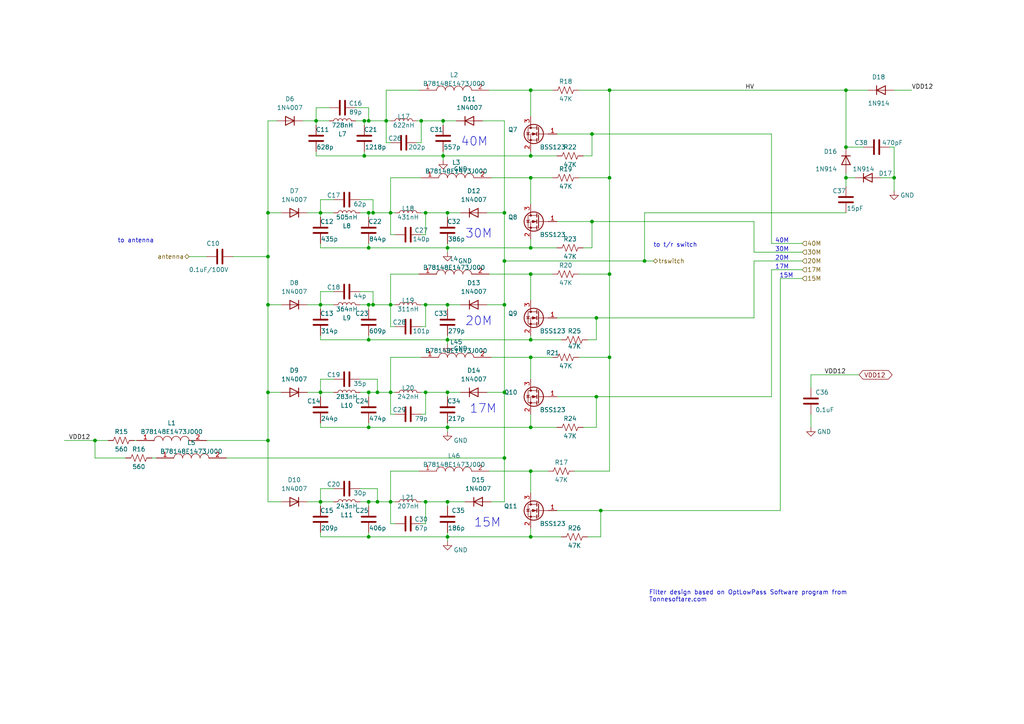
<source format=kicad_sch>
(kicad_sch (version 20230121) (generator eeschema)
  (paper "A4")
  (junction (at 153.924 155.702))
  (junction (at 92.964 61.722))
  (junction (at 106.934 113.792))
  (junction (at 153.924 123.952))
  (junction (at 153.924 26.162))
  (junction (at 105.664 35.052))
  (junction (at 123.444 113.792))
  (junction (at 171.704 38.862))
  (junction (at 77.724 61.722))
  (junction (at 92.964 145.542))
  (junction (at 176.784 26.162))
  (junction (at 176.784 103.632))
  (junction (at 259.334 51.562))
  (junction (at 109.474 145.542))
  (junction (at 176.784 51.562))
  (junction (at 129.794 113.792))
  (junction (at 106.934 88.392))
  (junction (at 113.284 61.722))
  (junction (at 174.244 148.082))
  (junction (at 146.304 75.692))
  (junction (at 153.924 79.502))
  (junction (at 172.974 115.062))
  (junction (at 106.934 155.702))
  (junction (at 106.934 71.882))
  (junction (at 129.794 155.702))
  (junction (at 153.924 98.552))
  (junction (at 123.444 61.722))
  (junction (at 77.724 113.792))
  (junction (at 106.934 98.552))
  (junction (at 128.524 35.052))
  (junction (at 92.964 88.392))
  (junction (at 108.204 88.392))
  (junction (at 106.934 123.952))
  (junction (at 146.304 88.392))
  (junction (at 77.724 127.762))
  (junction (at 153.924 45.212))
  (junction (at 153.924 71.882))
  (junction (at 153.924 51.562))
  (junction (at 172.974 92.202))
  (junction (at 129.794 98.552))
  (junction (at 129.794 61.722))
  (junction (at 106.934 35.052))
  (junction (at 146.304 113.792))
  (junction (at 27.559 127.762))
  (junction (at 129.794 88.392))
  (junction (at 77.724 74.422))
  (junction (at 146.304 132.842))
  (junction (at 129.794 71.882))
  (junction (at 123.444 88.392))
  (junction (at 129.794 123.952))
  (junction (at 109.474 113.792))
  (junction (at 91.694 35.052))
  (junction (at 112.014 35.052))
  (junction (at 122.174 35.052))
  (junction (at 108.204 61.722))
  (junction (at 105.664 45.212))
  (junction (at 129.794 145.542))
  (junction (at 92.964 113.792))
  (junction (at 245.364 26.162))
  (junction (at 113.284 88.392))
  (junction (at 153.924 103.632))
  (junction (at 106.934 61.722))
  (junction (at 123.444 145.542))
  (junction (at 171.704 64.262))
  (junction (at 77.724 88.392))
  (junction (at 186.944 75.692))
  (junction (at 113.284 145.542))
  (junction (at 128.524 45.212))
  (junction (at 113.284 113.792))
  (junction (at 245.364 51.562))
  (junction (at 176.784 79.502))
  (junction (at 106.934 145.542))
  (junction (at 146.304 61.722))
  (junction (at 245.364 42.672))
  (junction (at 153.924 136.652))
  (wire (pts (xy 129.794 145.542) (xy 129.794 146.812)))
  (wire (pts (xy 54.864 74.422) (xy 59.944 74.422)))
  (wire (pts (xy 186.944 75.692) (xy 189.484 75.692)))
  (wire (pts (xy 128.524 35.052) (xy 132.334 35.052)))
  (wire (pts (xy 153.924 103.632) (xy 153.924 109.982)))
  (wire (pts (xy 122.174 94.742) (xy 123.444 94.742)))
  (wire (pts (xy 171.704 45.212) (xy 171.704 38.862)))
  (wire (pts (xy 77.724 145.542) (xy 81.534 145.542)))
  (wire (pts (xy 141.224 113.792) (xy 146.304 113.792)))
  (wire (pts (xy 235.204 120.142) (xy 235.204 123.952)))
  (wire (pts (xy 129.794 122.682) (xy 129.794 123.952)))
  (wire (pts (xy 106.934 98.552) (xy 129.794 98.552)))
  (wire (pts (xy 67.564 74.422) (xy 77.724 74.422)))
  (wire (pts (xy 91.694 35.052) (xy 91.694 36.322)))
  (wire (pts (xy 80.264 35.052) (xy 77.724 35.052)))
  (wire (pts (xy 96.774 88.392) (xy 92.964 88.392)))
  (wire (pts (xy 31.369 127.762) (xy 27.559 127.762)))
  (wire (pts (xy 106.934 113.792) (xy 104.394 113.792)))
  (wire (pts (xy 259.334 26.162) (xy 264.414 26.162)))
  (wire (pts (xy 169.164 123.952) (xy 172.974 123.952)))
  (wire (pts (xy 92.964 123.952) (xy 92.964 122.682)))
  (wire (pts (xy 123.444 113.792) (xy 122.174 113.792)))
  (wire (pts (xy 113.284 51.562) (xy 113.284 61.722)))
  (wire (pts (xy 186.944 61.722) (xy 186.944 75.692)))
  (wire (pts (xy 112.014 41.402) (xy 112.014 35.052)))
  (wire (pts (xy 114.554 61.722) (xy 113.284 61.722)))
  (wire (pts (xy 153.924 98.552) (xy 129.794 98.552)))
  (wire (pts (xy 113.284 35.052) (xy 112.014 35.052)))
  (wire (pts (xy 91.694 45.212) (xy 91.694 43.942)))
  (wire (pts (xy 146.304 75.692) (xy 186.944 75.692)))
  (wire (pts (xy 245.364 51.562) (xy 245.364 54.102)))
  (wire (pts (xy 92.964 84.582) (xy 92.964 88.392)))
  (wire (pts (xy 18.669 127.762) (xy 27.559 127.762)))
  (wire (pts (xy 106.934 145.542) (xy 104.394 145.542)))
  (wire (pts (xy 108.204 57.912) (xy 108.204 61.722)))
  (wire (pts (xy 146.304 75.692) (xy 146.304 88.392)))
  (wire (pts (xy 170.434 155.702) (xy 174.244 155.702)))
  (wire (pts (xy 91.694 31.242) (xy 95.504 31.242)))
  (wire (pts (xy 153.924 155.702) (xy 129.794 155.702)))
  (wire (pts (xy 153.924 71.882) (xy 129.794 71.882)))
  (wire (pts (xy 106.934 113.792) (xy 106.934 115.062)))
  (wire (pts (xy 146.304 132.842) (xy 146.304 145.542)))
  (wire (pts (xy 146.304 145.542) (xy 142.494 145.542)))
  (wire (pts (xy 113.284 120.142) (xy 113.284 113.792)))
  (wire (pts (xy 113.284 151.892) (xy 113.284 145.542)))
  (wire (pts (xy 172.974 115.062) (xy 161.544 115.062)))
  (wire (pts (xy 106.934 35.052) (xy 105.664 35.052)))
  (wire (pts (xy 259.334 51.562) (xy 259.334 55.372)))
  (wire (pts (xy 235.204 108.712) (xy 249.174 108.712)))
  (wire (pts (xy 112.014 26.162) (xy 112.014 35.052)))
  (wire (pts (xy 129.794 113.792) (xy 133.604 113.792)))
  (wire (pts (xy 176.784 26.162) (xy 176.784 51.562)))
  (wire (pts (xy 122.174 41.402) (xy 122.174 35.052)))
  (wire (pts (xy 77.724 61.722) (xy 77.724 74.422)))
  (wire (pts (xy 251.714 26.162) (xy 245.364 26.162)))
  (wire (pts (xy 106.934 154.432) (xy 106.934 155.702)))
  (wire (pts (xy 92.964 155.702) (xy 92.964 154.432)))
  (wire (pts (xy 129.794 97.282) (xy 129.794 98.552)))
  (wire (pts (xy 122.174 120.142) (xy 123.444 120.142)))
  (wire (pts (xy 114.554 113.792) (xy 113.284 113.792)))
  (wire (pts (xy 92.964 71.882) (xy 92.964 70.612)))
  (wire (pts (xy 96.774 113.792) (xy 92.964 113.792)))
  (wire (pts (xy 245.364 50.292) (xy 245.364 51.562)))
  (wire (pts (xy 176.784 51.562) (xy 176.784 79.502)))
  (wire (pts (xy 167.894 51.562) (xy 176.784 51.562)))
  (wire (pts (xy 123.444 88.392) (xy 122.174 88.392)))
  (wire (pts (xy 92.964 57.912) (xy 92.964 61.722)))
  (wire (pts (xy 113.284 103.632) (xy 113.284 113.792)))
  (wire (pts (xy 171.704 64.262) (xy 161.544 64.262)))
  (wire (pts (xy 104.394 109.982) (xy 109.474 109.982)))
  (wire (pts (xy 113.284 51.562) (xy 122.174 51.562)))
  (wire (pts (xy 106.934 70.612) (xy 106.934 71.882)))
  (wire (pts (xy 77.724 127.762) (xy 77.724 145.542)))
  (wire (pts (xy 167.894 79.502) (xy 176.784 79.502)))
  (wire (pts (xy 92.964 141.732) (xy 92.964 145.542)))
  (wire (pts (xy 96.774 145.542) (xy 92.964 145.542)))
  (wire (pts (xy 141.859 136.652) (xy 153.924 136.652)))
  (wire (pts (xy 146.304 88.392) (xy 146.304 113.792)))
  (wire (pts (xy 38.989 127.762) (xy 39.624 127.762)))
  (wire (pts (xy 129.794 154.432) (xy 129.794 155.702)))
  (wire (pts (xy 255.524 51.562) (xy 259.334 51.562)))
  (wire (pts (xy 129.794 61.722) (xy 123.444 61.722)))
  (wire (pts (xy 113.284 145.542) (xy 109.474 145.542)))
  (wire (pts (xy 114.554 94.742) (xy 113.284 94.742)))
  (wire (pts (xy 153.924 51.562) (xy 153.924 59.182)))
  (wire (pts (xy 77.724 74.422) (xy 77.724 88.392)))
  (wire (pts (xy 153.924 43.942) (xy 153.924 45.212)))
  (wire (pts (xy 65.659 132.842) (xy 146.304 132.842)))
  (wire (pts (xy 105.664 35.052) (xy 103.124 35.052)))
  (wire (pts (xy 129.794 61.722) (xy 129.794 62.992)))
  (wire (pts (xy 167.894 26.162) (xy 176.784 26.162)))
  (wire (pts (xy 153.924 136.652) (xy 153.924 143.002)))
  (wire (pts (xy 259.334 42.672) (xy 259.334 51.562)))
  (wire (pts (xy 114.554 151.892) (xy 113.284 151.892)))
  (wire (pts (xy 104.394 57.912) (xy 108.204 57.912)))
  (wire (pts (xy 128.524 35.052) (xy 122.174 35.052)))
  (wire (pts (xy 108.204 61.722) (xy 106.934 61.722)))
  (wire (pts (xy 172.974 98.552) (xy 172.974 92.202)))
  (wire (pts (xy 106.934 123.952) (xy 92.964 123.952)))
  (wire (pts (xy 105.664 35.052) (xy 105.664 36.322)))
  (wire (pts (xy 27.559 132.842) (xy 36.449 132.842)))
  (wire (pts (xy 92.964 145.542) (xy 92.964 146.812)))
  (wire (pts (xy 153.924 123.952) (xy 161.544 123.952)))
  (wire (pts (xy 146.304 61.722) (xy 146.304 75.692)))
  (wire (pts (xy 113.284 41.402) (xy 112.014 41.402)))
  (wire (pts (xy 106.934 71.882) (xy 129.794 71.882)))
  (wire (pts (xy 128.524 43.942) (xy 128.524 45.212)))
  (wire (pts (xy 87.884 35.052) (xy 91.694 35.052)))
  (wire (pts (xy 218.694 64.262) (xy 171.704 64.262)))
  (wire (pts (xy 122.174 151.892) (xy 123.444 151.892)))
  (wire (pts (xy 218.694 73.152) (xy 218.694 64.262)))
  (wire (pts (xy 170.434 98.552) (xy 172.974 98.552)))
  (wire (pts (xy 105.664 43.942) (xy 105.664 45.212)))
  (wire (pts (xy 176.784 103.632) (xy 176.784 136.652)))
  (wire (pts (xy 218.694 75.692) (xy 218.694 92.202)))
  (wire (pts (xy 153.924 103.632) (xy 160.274 103.632)))
  (wire (pts (xy 171.704 71.882) (xy 171.704 64.262)))
  (wire (pts (xy 109.474 113.792) (xy 106.934 113.792)))
  (wire (pts (xy 247.904 51.562) (xy 245.364 51.562)))
  (wire (pts (xy 123.444 120.142) (xy 123.444 113.792)))
  (wire (pts (xy 129.794 88.392) (xy 123.444 88.392)))
  (wire (pts (xy 77.724 61.722) (xy 81.534 61.722)))
  (wire (pts (xy 113.284 61.722) (xy 108.204 61.722)))
  (wire (pts (xy 106.934 145.542) (xy 106.934 146.812)))
  (wire (pts (xy 153.924 79.502) (xy 160.274 79.502)))
  (wire (pts (xy 105.664 45.212) (xy 91.694 45.212)))
  (wire (pts (xy 226.314 148.082) (xy 174.244 148.082)))
  (wire (pts (xy 129.794 88.392) (xy 133.604 88.392)))
  (wire (pts (xy 223.774 70.612) (xy 223.774 38.862)))
  (wire (pts (xy 146.304 35.052) (xy 146.304 61.722)))
  (wire (pts (xy 129.794 145.542) (xy 123.444 145.542)))
  (wire (pts (xy 120.904 41.402) (xy 122.174 41.402)))
  (wire (pts (xy 153.924 153.162) (xy 153.924 155.702)))
  (wire (pts (xy 106.934 88.392) (xy 106.934 89.662)))
  (wire (pts (xy 89.154 145.542) (xy 92.964 145.542)))
  (wire (pts (xy 223.774 78.232) (xy 223.774 115.062)))
  (wire (pts (xy 122.174 68.072) (xy 123.444 68.072)))
  (wire (pts (xy 113.284 79.502) (xy 113.284 88.392)))
  (wire (pts (xy 141.224 61.722) (xy 146.304 61.722)))
  (wire (pts (xy 106.934 71.882) (xy 92.964 71.882)))
  (wire (pts (xy 176.784 136.652) (xy 166.624 136.652)))
  (wire (pts (xy 92.964 141.732) (xy 96.774 141.732)))
  (wire (pts (xy 92.964 88.392) (xy 92.964 89.662)))
  (wire (pts (xy 245.364 42.672) (xy 250.444 42.672)))
  (wire (pts (xy 129.794 113.792) (xy 123.444 113.792)))
  (wire (pts (xy 77.724 35.052) (xy 77.724 61.722)))
  (wire (pts (xy 223.774 38.862) (xy 171.704 38.862)))
  (wire (pts (xy 232.664 78.232) (xy 223.774 78.232)))
  (wire (pts (xy 92.964 98.552) (xy 92.964 97.282)))
  (wire (pts (xy 123.444 151.892) (xy 123.444 145.542)))
  (wire (pts (xy 232.664 73.152) (xy 218.694 73.152)))
  (wire (pts (xy 59.944 127.762) (xy 77.724 127.762)))
  (wire (pts (xy 139.954 35.052) (xy 146.304 35.052)))
  (wire (pts (xy 89.154 88.392) (xy 92.964 88.392)))
  (wire (pts (xy 232.664 80.772) (xy 226.314 80.772)))
  (wire (pts (xy 89.154 113.792) (xy 92.964 113.792)))
  (wire (pts (xy 153.924 123.952) (xy 129.794 123.952)))
  (wire (pts (xy 95.504 35.052) (xy 91.694 35.052)))
  (wire (pts (xy 129.794 155.702) (xy 129.794 156.972)))
  (wire (pts (xy 128.524 35.052) (xy 128.524 36.322)))
  (wire (pts (xy 153.924 98.552) (xy 162.814 98.552)))
  (wire (pts (xy 77.724 113.792) (xy 77.724 127.762)))
  (wire (pts (xy 92.964 109.982) (xy 96.774 109.982)))
  (wire (pts (xy 121.539 26.162) (xy 112.014 26.162)))
  (wire (pts (xy 129.794 70.612) (xy 129.794 71.882)))
  (wire (pts (xy 245.364 26.162) (xy 245.364 42.672)))
  (wire (pts (xy 106.934 61.722) (xy 104.394 61.722)))
  (wire (pts (xy 122.174 35.052) (xy 120.904 35.052)))
  (wire (pts (xy 123.444 61.722) (xy 122.174 61.722)))
  (wire (pts (xy 142.494 103.632) (xy 153.924 103.632)))
  (wire (pts (xy 176.784 79.502) (xy 176.784 103.632)))
  (wire (pts (xy 153.924 26.162) (xy 160.274 26.162)))
  (wire (pts (xy 108.204 88.392) (xy 106.934 88.392)))
  (wire (pts (xy 129.794 113.792) (xy 129.794 115.062)))
  (wire (pts (xy 106.934 123.952) (xy 129.794 123.952)))
  (wire (pts (xy 104.394 84.582) (xy 108.204 84.582)))
  (wire (pts (xy 114.554 120.142) (xy 113.284 120.142)))
  (wire (pts (xy 96.774 61.722) (xy 92.964 61.722)))
  (wire (pts (xy 141.859 79.502) (xy 153.924 79.502)))
  (wire (pts (xy 153.924 51.562) (xy 160.274 51.562)))
  (wire (pts (xy 218.694 92.202) (xy 172.974 92.202)))
  (wire (pts (xy 176.784 26.162) (xy 245.364 26.162)))
  (wire (pts (xy 106.934 97.282) (xy 106.934 98.552)))
  (wire (pts (xy 123.444 145.542) (xy 122.174 145.542)))
  (wire (pts (xy 114.554 145.542) (xy 113.284 145.542)))
  (wire (pts (xy 109.474 109.982) (xy 109.474 113.792)))
  (wire (pts (xy 104.394 141.732) (xy 109.474 141.732)))
  (wire (pts (xy 109.474 141.732) (xy 109.474 145.542)))
  (wire (pts (xy 129.794 145.542) (xy 134.874 145.542)))
  (wire (pts (xy 113.284 94.742) (xy 113.284 88.392)))
  (wire (pts (xy 106.934 98.552) (xy 92.964 98.552)))
  (wire (pts (xy 258.064 42.672) (xy 259.334 42.672)))
  (wire (pts (xy 106.934 122.682) (xy 106.934 123.952)))
  (wire (pts (xy 129.794 123.952) (xy 129.794 125.222)))
  (wire (pts (xy 114.554 68.072) (xy 113.284 68.072)))
  (wire (pts (xy 108.204 84.582) (xy 108.204 88.392)))
  (wire (pts (xy 174.244 148.082) (xy 161.544 148.082)))
  (wire (pts (xy 113.284 79.502) (xy 121.539 79.502)))
  (wire (pts (xy 153.924 97.282) (xy 153.924 98.552)))
  (wire (pts (xy 92.964 84.582) (xy 96.774 84.582)))
  (wire (pts (xy 174.244 155.702) (xy 174.244 148.082)))
  (wire (pts (xy 106.934 88.392) (xy 104.394 88.392)))
  (wire (pts (xy 123.444 94.742) (xy 123.444 88.392)))
  (wire (pts (xy 153.924 45.212) (xy 161.544 45.212)))
  (wire (pts (xy 232.664 70.612) (xy 223.774 70.612)))
  (wire (pts (xy 106.934 31.242) (xy 106.934 35.052)))
  (wire (pts (xy 146.304 113.792) (xy 146.304 132.842)))
  (wire (pts (xy 77.724 113.792) (xy 81.534 113.792)))
  (wire (pts (xy 129.794 61.722) (xy 133.604 61.722)))
  (wire (pts (xy 226.314 80.772) (xy 226.314 148.082)))
  (wire (pts (xy 153.924 69.342) (xy 153.924 71.882)))
  (wire (pts (xy 169.164 71.882) (xy 171.704 71.882)))
  (wire (pts (xy 129.794 88.392) (xy 129.794 89.662)))
  (wire (pts (xy 77.724 88.392) (xy 77.724 113.792)))
  (wire (pts (xy 235.204 108.712) (xy 235.204 112.522)))
  (wire (pts (xy 123.444 68.072) (xy 123.444 61.722)))
  (wire (pts (xy 129.794 71.882) (xy 129.794 73.152)))
  (wire (pts (xy 223.774 115.062) (xy 172.974 115.062)))
  (wire (pts (xy 153.924 120.142) (xy 153.924 123.952)))
  (wire (pts (xy 92.964 61.722) (xy 92.964 62.992)))
  (wire (pts (xy 153.924 155.702) (xy 162.814 155.702)))
  (wire (pts (xy 153.924 45.212) (xy 128.524 45.212)))
  (wire (pts (xy 169.164 45.212) (xy 171.704 45.212)))
  (wire (pts (xy 113.284 103.632) (xy 122.174 103.632)))
  (wire (pts (xy 106.934 61.722) (xy 106.934 62.992)))
  (wire (pts (xy 113.284 88.392) (xy 108.204 88.392)))
  (wire (pts (xy 106.934 155.702) (xy 129.794 155.702)))
  (wire (pts (xy 106.934 155.702) (xy 92.964 155.702)))
  (wire (pts (xy 114.554 88.392) (xy 113.284 88.392)))
  (wire (pts (xy 232.664 75.692) (xy 218.694 75.692)))
  (wire (pts (xy 109.474 145.542) (xy 106.934 145.542)))
  (wire (pts (xy 113.284 68.072) (xy 113.284 61.722)))
  (wire (pts (xy 92.964 113.792) (xy 92.964 115.062)))
  (wire (pts (xy 129.794 98.552) (xy 129.794 99.822)))
  (wire (pts (xy 128.524 45.212) (xy 128.524 46.482)))
  (wire (pts (xy 153.924 79.502) (xy 153.924 87.122)))
  (wire (pts (xy 91.694 31.242) (xy 91.694 35.052)))
  (wire (pts (xy 142.494 51.562) (xy 153.924 51.562)))
  (wire (pts (xy 113.284 113.792) (xy 109.474 113.792)))
  (wire (pts (xy 172.974 92.202) (xy 161.544 92.202)))
  (wire (pts (xy 89.154 61.722) (xy 92.964 61.722)))
  (wire (pts (xy 112.014 35.052) (xy 106.934 35.052)))
  (wire (pts (xy 105.664 45.212) (xy 128.524 45.212)))
  (wire (pts (xy 27.559 127.762) (xy 27.559 132.842)))
  (wire (pts (xy 153.924 71.882) (xy 161.544 71.882)))
  (wire (pts (xy 113.284 136.652) (xy 121.539 136.652)))
  (wire (pts (xy 113.284 136.652) (xy 113.284 145.542)))
  (wire (pts (xy 172.974 123.952) (xy 172.974 115.062)))
  (wire (pts (xy 171.704 38.862) (xy 161.544 38.862)))
  (wire (pts (xy 92.964 109.982) (xy 92.964 113.792)))
  (wire (pts (xy 245.364 61.722) (xy 186.944 61.722)))
  (wire (pts (xy 153.924 33.782) (xy 153.924 26.162)))
  (wire (pts (xy 167.894 103.632) (xy 176.784 103.632)))
  (wire (pts (xy 92.964 57.912) (xy 96.774 57.912)))
  (wire (pts (xy 153.924 26.162) (xy 141.859 26.162)))
  (wire (pts (xy 103.124 31.242) (xy 106.934 31.242)))
  (wire (pts (xy 44.069 132.842) (xy 45.339 132.842)))
  (wire (pts (xy 141.224 88.392) (xy 146.304 88.392)))
  (wire (pts (xy 77.724 88.392) (xy 81.534 88.392)))
  (wire (pts (xy 153.924 136.652) (xy 159.004 136.652)))
  (text "15M" (at 230.124 80.772 0) (effects (font (size 1.27 1.27)) (justify right bottom)))
  (text "20M" (at 134.874 94.742 0) (effects (font (size 2.54 2.54)) (justify left bottom)))
  (text "15M" (at 137.414 153.162 0) (effects (font (size 2.54 2.54)) (justify left bottom)))
  (text "to t/r switch" (at 189.484 71.882 0) (effects (font (size 1.27 1.27)) (justify left bottom)))
  (text "to antenna" (at 44.704 70.612 0) (effects (font (size 1.27 1.27)) (justify right bottom)))
  (text "40M" (at 228.854 70.612 0) (effects (font (size 1.27 1.27)) (justify right bottom)))
  (text "17M" (at 136.144 120.142 0) (effects (font (size 2.54 2.54)) (justify left bottom)))
  (text "20M" (at 228.854 75.692 0) (effects (font (size 1.27 1.27)) (justify right bottom)))
  (text "30M" (at 134.874 69.342 0) (effects (font (size 2.54 2.54)) (justify left bottom)))
  (text "17M" (at 228.854 78.232 0) (effects (font (size 1.27 1.27)) (justify right bottom)))
  (text "40M" (at 133.604 42.672 0) (effects (font (size 2.54 2.54)) (justify left bottom)))
  (text "30M" (at 228.854 73.152 0) (effects (font (size 1.27 1.27)) (justify right bottom)))
  (text "Filter design based on OptLowPass Software program from\nTonnesoftare.com" (at 188.214 174.752 0) (effects (font (size 1.27 1.27)) (justify left bottom)))
  (label "VDD12" (at 264.414 26.162 0))
  (label "VDD12" (at 19.939 127.762 0))
  (label "VDD12" (at 245.364 108.712 180))
  (label "HV" (at 216.154 26.162 0))
  (global_label "VDD12" (shape bidirectional) (at 249.174 108.712 0) (property "Intersheetrefs" "${INTERSHEET_REFS}" (at 259.3181 108.712 0) (effects (justify left))))
  (hierarchical_label "40M" (shape input) (at 232.664 70.612 0))
  (hierarchical_label "17M" (shape input) (at 232.664 78.232 0))
  (hierarchical_label "20M" (shape input) (at 232.664 75.692 0))
  (hierarchical_label "30M" (shape input) (at 232.664 73.152 0))
  (hierarchical_label "trswitch" (shape bidirectional) (at 189.484 75.692 0))
  (hierarchical_label "15M" (shape input) (at 232.664 80.772 0))
  (hierarchical_label "antenna" (shape bidirectional) (at 54.864 74.422 180))
  (symbol (lib_id "Diode:1N4007") (at 85.344 113.792 180) (unit 1)
    (property "Reference" "D9" (at 85.344 107.442 0))
    (property "Value" "1N4007" (at 85.344 109.982 0))
    (property "Footprint" "Diode_THT:D_DO-41_SOD81_P10.16mm_Horizontal" (effects hide))
    (property "Datasheet" "http://www.vishay.com/docs/88503/1n4001.pdf" (effects hide))
    (property "Sim.Device" "D" (effects hide))
    (property "Sim.Pins" "1=K 2=A" (effects hide))
    (instances (project "powerAmp" (path "" (reference "D9") (unit 1))) (project "fieldRadio_1.2" (path "" (reference "D9") (unit 1))) (project "optLowPass" (path "" (reference "D5") (unit 1))))
  )
  (symbol (lib_id "SamacSys_Parts:B78148E1473J000") (at 45.339 132.842 0) (unit 1)
    (property "Reference" "L5" (at 55.499 128.397 0))
    (property "Value" "B78148E1473J000" (at 55.499 130.937 0))
    (property "Footprint" "B78148E" (effects hide))
    (property "Datasheet" "https://product.tdk.com/system/files/dam/doc/product/inductor/inductor/lead/data_sheet/30/ds/b78108_148e.pdf" (effects hide))
    (property "Description" "Leaded Inductors (Leaded Coils), L=47uH  Rated Current=0.95A, Radial DxL:4mmx9.5mm" (effects hide))
    (property "Mouser Part Number" "871-B78148E1473J000" (effects hide))
    (property "Mouser Price/Stock" "https://www.mouser.co.uk/ProductDetail/EPCOS-TDK/B78148E1473J000?qs=eVuN9SfsQ7TbgaB2%2F8UGtw%3D%3D" (effects hide))
    (property "Manufacturer_Name" "TDK" (effects hide))
    (property "Manufacturer_Part_Number" "B78148E1473J000" (effects hide))
  )
  (symbol (lib_id "Device:Q_NMOS_GSD") (at 156.464 115.062 0) (mirror y) (unit 1)
    (property "Reference" "Q10" (at 150.114 113.792 0) (effects (justify left)))
    (property "Value" "BSS123" (at 164.084 118.872 0) (effects (justify left)))
    (property "Footprint" "Package_TO_SOT_SMD:SOT-23-3" (effects hide))
    (instances (project "powerAmp" (path "" (reference "Q10") (unit 1))) (project "fieldRadio_1.2" (path "" (reference "Q10") (unit 1))) (project "optLowPass" (path "" (reference "Q4") (unit 1))))
  )
  (symbol (lib_id "Device:L") (at 118.364 61.722 270) (mirror x) (unit 1)
    (property "Reference" "L18" (at 118.364 60.452 90))
    (property "Value" "431nH" (at 118.364 62.992 90))
    (property "Footprint" "Inductor_THT:L_Toroid_Vertical_L13.0mm_W6.5mm_P5.60mm" (effects hide))
    (instances (project "powerAmp" (path "" (reference "L18") (unit 1))) (project "fieldRadio_1.2" (path "" (reference "L18") (unit 1))) (project "optLowPass" (path "" (reference "L5") (unit 1))))
  )
  (symbol (lib_id "Device:R_US") (at 162.814 136.652 90) (unit 1)
    (property "Reference" "R17" (at 162.814 134.112 90))
    (property "Value" "47K" (at 162.814 139.192 90))
    (property "Footprint" "Resistor_SMD:R_0603_1608Metric_Pad0.98x0.95mm_HandSolder" (effects hide))
    (instances (project "powerAmp" (path "" (reference "R17") (unit 1))) (project "fieldRadio_1.2" (path "" (reference "R17") (unit 1))) (project "optLowPass" (path "" (reference "R5") (unit 1))))
  )
  (symbol (lib_id "Diode:1N4007") (at 138.684 145.542 0) (unit 1)
    (property "Reference" "D15" (at 138.684 139.192 0))
    (property "Value" "1N4007" (at 138.684 141.732 0))
    (property "Footprint" "Diode_THT:D_DO-41_SOD81_P10.16mm_Horizontal" (effects hide))
    (property "Datasheet" "http://www.vishay.com/docs/88503/1n4001.pdf" (effects hide))
    (property "Sim.Device" "D" (effects hide))
    (property "Sim.Pins" "1=K 2=A" (effects hide))
    (instances (project "powerAmp" (path "" (reference "D15") (unit 1))) (project "fieldRadio_1.2" (path "" (reference "D15") (unit 1))) (project "optLowPass" (path "" (reference "D10") (unit 1))))
  )
  (symbol (lib_id "Device:Q_NMOS_GSD") (at 156.464 92.202 0) (mirror y) (unit 1)
    (property "Reference" "Q9" (at 150.114 90.932 0) (effects (justify left)))
    (property "Value" "BSS123" (at 164.084 96.012 0) (effects (justify left)))
    (property "Footprint" "Package_TO_SOT_SMD:SOT-23-3" (effects hide))
    (instances (project "powerAmp" (path "" (reference "Q9") (unit 1))) (project "fieldRadio_1.2" (path "" (reference "Q9") (unit 1))) (project "optLowPass" (path "" (reference "Q3") (unit 1))))
  )
  (symbol (lib_id "power:GND") (at 128.524 46.482 0) (mirror y) (unit 1)
    (property "Reference" "#PWR013" (effects hide))
    (property "Value" "GND" (at 133.604 49.022 0))
    (instances (project "fieldRadio_1.2" (path "" (reference "#PWR013") (unit 1))) (project "optLowPass" (path "" (reference "#PWR01") (unit 1))))
  )
  (symbol (lib_id "SamacSys_Parts:B78148E1473J000") (at 121.539 26.162 0) (unit 1)
    (property "Reference" "L2" (at 131.699 21.717 0))
    (property "Value" "B78148E1473J000" (at 131.699 24.257 0))
    (property "Footprint" "B78148E" (effects hide))
    (property "Datasheet" "https://product.tdk.com/system/files/dam/doc/product/inductor/inductor/lead/data_sheet/30/ds/b78108_148e.pdf" (effects hide))
    (property "Description" "Leaded Inductors (Leaded Coils), L=47uH  Rated Current=0.95A, Radial DxL:4mmx9.5mm" (effects hide))
    (property "Mouser Part Number" "871-B78148E1473J000" (effects hide))
    (property "Mouser Price/Stock" "https://www.mouser.co.uk/ProductDetail/EPCOS-TDK/B78148E1473J000?qs=eVuN9SfsQ7TbgaB2%2F8UGtw%3D%3D" (effects hide))
    (property "Manufacturer_Name" "TDK" (effects hide))
    (property "Manufacturer_Part_Number" "B78148E1473J000" (effects hide))
  )
  (symbol (lib_id "Device:C") (at 100.584 57.912 270) (mirror x) (unit 1)
    (property "Reference" "C17" (at 96.774 56.642 90))
    (property "Value" "62p" (at 104.394 59.182 90))
    (property "Footprint" "Capacitor_SMD:C_1206_3216Metric_Pad1.33x1.80mm_HandSolder" (effects hide))
    (instances (project "powerAmp" (path "" (reference "C17") (unit 1))) (project "fieldRadio_1.2" (path "" (reference "C17") (unit 1))) (project "optLowPass" (path "" (reference "C38") (unit 1))))
  )
  (symbol (lib_id "power:GND") (at 129.794 73.152 0) (mirror y) (unit 1)
    (property "Reference" "#PWR014" (effects hide))
    (property "Value" "GND" (at 134.874 75.692 0))
    (instances (project "fieldRadio_1.2" (path "" (reference "#PWR014") (unit 1))) (project "optLowPass" (path "" (reference "#PWR02") (unit 1))))
  )
  (symbol (lib_id "Device:C") (at 245.364 57.912 0) (mirror y) (unit 1)
    (property "Reference" "C37" (at 245.364 55.372 0) (effects (justify left)))
    (property "Value" "15pF" (at 250.444 60.452 0) (effects (justify left)))
    (property "Footprint" "Capacitor_THT:C_Disc_D4.3mm_W1.9mm_P5.00mm" (effects hide))
    (instances (project "powerAmp" (path "" (reference "C37") (unit 1))) (project "fieldRadio_1.2" (path "" (reference "C37") (unit 1))) (project "optLowPass" (path "" (reference "C2") (unit 1))))
  )
  (symbol (lib_id "Device:R_US") (at 166.624 98.552 90) (unit 1)
    (property "Reference" "R25" (at 166.624 96.012 90))
    (property "Value" "47K" (at 166.624 100.457 90))
    (property "Footprint" "Resistor_SMD:R_0603_1608Metric_Pad0.98x0.95mm_HandSolder" (effects hide))
    (instances (project "powerAmp" (path "" (reference "R25") (unit 1))) (project "fieldRadio_1.2" (path "" (reference "R25") (unit 1))) (project "optLowPass" (path "" (reference "R11") (unit 1))))
  )
  (symbol (lib_id "Device:C") (at 117.094 41.402 270) (mirror x) (unit 1)
    (property "Reference" "C26" (at 114.554 40.132 90))
    (property "Value" "202p" (at 120.904 42.672 90))
    (property "Footprint" "Capacitor_SMD:C_1206_3216Metric_Pad1.33x1.80mm_HandSolder" (effects hide))
    (instances (project "powerAmp" (path "" (reference "C26") (unit 1))) (project "fieldRadio_1.2" (path "" (reference "C26") (unit 1))) (project "optLowPass" (path "" (reference "C10") (unit 1))))
  )
  (symbol (lib_id "Device:C") (at 92.964 93.472 0) (mirror y) (unit 1)
    (property "Reference" "C13" (at 96.774 90.932 0) (effects (justify left)))
    (property "Value" "314p" (at 98.044 96.012 0) (effects (justify left)))
    (property "Footprint" "Capacitor_SMD:C_1206_3216Metric_Pad1.33x1.80mm_HandSolder" (effects hide))
    (instances (project "powerAmp" (path "" (reference "C13") (unit 1))) (project "fieldRadio_1.2" (path "" (reference "C13") (unit 1))) (project "optLowPass" (path "" (reference "C6") (unit 1))))
  )
  (symbol (lib_id "Device:C") (at 63.754 74.422 90) (mirror x) (unit 1)
    (property "Reference" "C10" (at 63.754 70.612 90) (effects (justify left)))
    (property "Value" "0.1uF/100V" (at 66.294 78.232 90) (effects (justify left)))
    (property "Footprint" "Capacitor_THT:C_Disc_D4.3mm_W1.9mm_P5.00mm" (effects hide))
    (instances (project "powerAmp" (path "" (reference "C10") (unit 1))) (project "fieldRadio_1.2" (path "" (reference "C10") (unit 1))) (project "optLowPass" (path "" (reference "C1") (unit 1))))
  )
  (symbol (lib_id "power:GND") (at 259.334 55.372 0) (mirror y) (unit 1)
    (property "Reference" "#PWR019" (effects hide))
    (property "Value" "GND" (at 263.144 56.642 0))
    (instances (project "fieldRadio_1.2" (path "" (reference "#PWR019") (unit 1))) (project "optLowPass" (path "" (reference "#PWR011") (unit 1))))
  )
  (symbol (lib_id "Device:C") (at 129.794 150.622 0) (mirror y) (unit 1)
    (property "Reference" "C35" (at 134.874 148.082 0) (effects (justify left)))
    (property "Value" "186p" (at 134.874 153.162 0) (effects (justify left)))
    (property "Footprint" "Capacitor_SMD:C_1206_3216Metric_Pad1.33x1.80mm_HandSolder" (effects hide))
    (instances (project "powerAmp" (path "" (reference "C35") (unit 1))) (project "fieldRadio_1.2" (path "" (reference "C35") (unit 1))) (project "optLowPass" (path "" (reference "C56") (unit 1))))
  )
  (symbol (lib_id "Device:R_US") (at 164.084 103.632 90) (unit 1)
    (property "Reference" "R21" (at 160.274 102.362 90))
    (property "Value" "47K" (at 164.084 106.172 90))
    (property "Footprint" "Resistor_SMD:R_0603_1608Metric_Pad0.98x0.95mm_HandSolder" (effects hide))
    (instances (project "powerAmp" (path "" (reference "R21") (unit 1))) (project "fieldRadio_1.2" (path "" (reference "R21") (unit 1))) (project "optLowPass" (path "" (reference "R4") (unit 1))))
  )
  (symbol (lib_id "Device:C") (at 106.934 150.622 0) (mirror y) (unit 1)
    (property "Reference" "C25" (at 106.934 148.082 0) (effects (justify left)))
    (property "Value" "406p" (at 112.014 153.162 0) (effects (justify left)))
    (property "Footprint" "Capacitor_SMD:C_1206_3216Metric_Pad1.33x1.80mm_HandSolder" (effects hide))
    (instances (project "powerAmp" (path "" (reference "C25") (unit 1))) (project "fieldRadio_1.2" (path "" (reference "C25") (unit 1))) (project "optLowPass" (path "" (reference "C54") (unit 1))))
  )
  (symbol (lib_id "Device:Q_NMOS_GSD") (at 156.464 38.862 0) (mirror y) (unit 1)
    (property "Reference" "Q7" (at 150.114 37.592 0) (effects (justify left)))
    (property "Value" "BSS123" (at 164.084 42.672 0) (effects (justify left)))
    (property "Footprint" "Package_TO_SOT_SMD:SOT-23-3" (effects hide))
    (instances (project "powerAmp" (path "" (reference "Q7") (unit 1))) (project "fieldRadio_1.2" (path "" (reference "Q7") (unit 1))) (project "optLowPass" (path "" (reference "Q1") (unit 1))))
  )
  (symbol (lib_id "Device:C") (at 92.964 118.872 0) (mirror y) (unit 1)
    (property "Reference" "C14" (at 92.964 116.332 0) (effects (justify left)))
    (property "Value" "244p" (at 98.044 121.412 0) (effects (justify left)))
    (property "Footprint" "Capacitor_SMD:C_1206_3216Metric_Pad1.33x1.80mm_HandSolder" (effects hide))
    (instances (project "powerAmp" (path "" (reference "C14") (unit 1))) (project "fieldRadio_1.2" (path "" (reference "C14") (unit 1))) (project "optLowPass" (path "" (reference "C47") (unit 1))))
  )
  (symbol (lib_id "Device:C") (at 254.254 42.672 90) (mirror x) (unit 1)
    (property "Reference" "C38" (at 251.714 41.402 90) (effects (justify left)))
    (property "Value" "470pF" (at 261.874 41.402 90) (effects (justify left)))
    (property "Footprint" "Capacitor_THT:C_Disc_D4.3mm_W1.9mm_P5.00mm" (effects hide))
    (instances (project "powerAmp" (path "" (reference "C38") (unit 1))) (project "fieldRadio_1.2" (path "" (reference "C38") (unit 1))) (project "optLowPass" (path "" (reference "C3") (unit 1))))
  )
  (symbol (lib_id "Device:Q_NMOS_GSD") (at 156.464 148.082 0) (mirror y) (unit 1)
    (property "Reference" "Q11" (at 150.114 146.812 0) (effects (justify left)))
    (property "Value" "BSS123" (at 164.084 151.892 0) (effects (justify left)))
    (property "Footprint" "Package_TO_SOT_SMD:SOT-23-3" (effects hide))
    (instances (project "powerAmp" (path "" (reference "Q11") (unit 1))) (project "fieldRadio_1.2" (path "" (reference "Q11") (unit 1))) (project "optLowPass" (path "" (reference "Q5") (unit 1))))
  )
  (symbol (lib_id "Diode:1N914") (at 251.714 51.562 0) (unit 1)
    (property "Reference" "D17" (at 256.794 50.292 0))
    (property "Value" "1N914" (at 250.444 49.022 0))
    (property "Footprint" "Diode_THT:D_DO-35_SOD27_P7.62mm_Horizontal" (effects hide))
    (property "Datasheet" "http://www.vishay.com/docs/85622/1n914.pdf" (effects hide))
    (property "Sim.Device" "D" (effects hide))
    (property "Sim.Pins" "1=K 2=A" (effects hide))
    (instances (project "powerAmp" (path "" (reference "D17") (unit 1))) (project "fieldRadio_1.2" (path "" (reference "D17") (unit 1))) (project "optLowPass" (path "" (reference "D11") (unit 1))))
  )
  (symbol (lib_id "Device:C") (at 118.364 68.072 270) (mirror x) (unit 1)
    (property "Reference" "C27" (at 122.174 66.802 90))
    (property "Value" "140p" (at 122.174 69.342 90))
    (property "Footprint" "Capacitor_SMD:C_1206_3216Metric_Pad1.33x1.80mm_HandSolder" (effects hide))
    (instances (project "powerAmp" (path "" (reference "C27") (unit 1))) (project "fieldRadio_1.2" (path "" (reference "C27") (unit 1))) (project "optLowPass" (path "" (reference "C40") (unit 1))))
  )
  (symbol (lib_id "Device:C") (at 100.584 84.582 270) (mirror x) (unit 1)
    (property "Reference" "C18" (at 96.774 83.312 90))
    (property "Value" "44p" (at 104.394 85.852 90))
    (property "Footprint" "Capacitor_SMD:C_1206_3216Metric_Pad1.33x1.80mm_HandSolder" (effects hide))
  )
  (symbol (lib_id "Device:R_US") (at 165.354 45.212 90) (unit 1)
    (property "Reference" "R22" (at 165.354 42.672 90))
    (property "Value" "47K" (at 165.354 47.752 90))
    (property "Footprint" "Resistor_SMD:R_0603_1608Metric_Pad0.98x0.95mm_HandSolder" (effects hide))
    (instances (project "powerAmp" (path "" (reference "R22") (unit 1))) (project "fieldRadio_1.2" (path "" (reference "R22") (unit 1))) (project "optLowPass" (path "" (reference "R9") (unit 1))))
  )
  (symbol (lib_id "Diode:1N4007") (at 137.414 88.392 0) (unit 1)
    (property "Reference" "D13" (at 137.414 82.042 0))
    (property "Value" "1N4007" (at 137.414 84.582 0))
    (property "Footprint" "Diode_THT:D_DO-41_SOD81_P10.16mm_Horizontal" (effects hide))
    (property "Datasheet" "http://www.vishay.com/docs/88503/1n4001.pdf" (effects hide))
    (property "Sim.Device" "D" (effects hide))
    (property "Sim.Pins" "1=K 2=A" (effects hide))
    (instances (project "powerAmp" (path "" (reference "D13") (unit 1))) (project "fieldRadio_1.2" (path "" (reference "D13") (unit 1))) (project "optLowPass" (path "" (reference "D8") (unit 1))))
  )
  (symbol (lib_id "Device:C") (at 106.934 93.472 0) (mirror y) (unit 1)
    (property "Reference" "C23" (at 106.934 90.932 0) (effects (justify left)))
    (property "Value" "609p" (at 112.014 96.012 0) (effects (justify left)))
    (property "Footprint" "Capacitor_SMD:C_1206_3216Metric_Pad1.33x1.80mm_HandSolder" (effects hide))
    (instances (project "powerAmp" (path "" (reference "C23") (unit 1))) (project "fieldRadio_1.2" (path "" (reference "C23") (unit 1))) (project "optLowPass" (path "" (reference "C44") (unit 1))))
  )
  (symbol (lib_id "Device:L") (at 118.364 145.542 270) (mirror x) (unit 1)
    (property "Reference" "L21" (at 118.364 144.272 90))
    (property "Value" "207nH" (at 118.364 146.812 90))
    (property "Footprint" "Inductor_THT:L_Toroid_Vertical_L13.0mm_W6.5mm_P5.60mm" (effects hide))
    (instances (project "powerAmp" (path "" (reference "L21") (unit 1))) (project "fieldRadio_1.2" (path "" (reference "L21") (unit 1))) (project "optLowPass" (path "" (reference "L13") (unit 1))))
  )
  (symbol (lib_id "Device:L") (at 100.584 113.792 270) (mirror x) (unit 1)
    (property "Reference" "L10" (at 100.584 117.602 90))
    (property "Value" "283nH" (at 100.584 115.062 90))
    (property "Footprint" "Inductor_THT:L_Toroid_Vertical_L13.0mm_W6.5mm_P5.60mm" (effects hide))
  )
  (symbol (lib_id "Diode:1N914") (at 245.364 46.482 270) (unit 1)
    (property "Reference" "D16" (at 242.824 43.942 90) (effects (justify right)))
    (property "Value" "1N914" (at 242.824 49.022 90) (effects (justify right)))
    (property "Footprint" "Diode_THT:D_DO-35_SOD27_P7.62mm_Horizontal" (effects hide))
    (property "Datasheet" "http://www.vishay.com/docs/85622/1n914.pdf" (effects hide))
    (property "Sim.Device" "D" (effects hide))
    (property "Sim.Pins" "1=K 2=A" (effects hide))
    (instances (project "powerAmp" (path "" (reference "D16") (unit 1))) (project "fieldRadio_1.2" (path "" (reference "D16") (unit 1))) (project "optLowPass" (path "" (reference "D12") (unit 1))))
  )
  (symbol (lib_id "Device:C") (at 105.664 40.132 0) (mirror y) (unit 1)
    (property "Reference" "C21" (at 109.474 37.592 0) (effects (justify left)))
    (property "Value" "1218p" (at 112.014 42.672 0) (effects (justify left)))
    (property "Footprint" "Capacitor_SMD:C_1206_3216Metric_Pad1.33x1.80mm_HandSolder" (effects hide))
    (instances (project "powerAmp" (path "" (reference "C21") (unit 1))) (project "fieldRadio_1.2" (path "" (reference "C21") (unit 1))) (project "optLowPass" (path "" (reference "C34") (unit 1))))
  )
  (symbol (lib_id "Diode:1N4007") (at 137.414 113.792 0) (unit 1)
    (property "Reference" "D14" (at 137.414 107.442 0))
    (property "Value" "1N4007" (at 137.414 109.982 0))
    (property "Footprint" "Diode_THT:D_DO-41_SOD81_P10.16mm_Horizontal" (effects hide))
    (property "Datasheet" "http://www.vishay.com/docs/88503/1n4001.pdf" (effects hide))
    (property "Sim.Device" "D" (effects hide))
    (property "Sim.Pins" "1=K 2=A" (effects hide))
    (instances (project "powerAmp" (path "" (reference "D14") (unit 1))) (project "fieldRadio_1.2" (path "" (reference "D14") (unit 1))) (project "optLowPass" (path "" (reference "D9") (unit 1))))
  )
  (symbol (lib_id "Device:R_US") (at 164.084 51.562 90) (unit 1)
    (property "Reference" "R19" (at 164.084 49.022 90))
    (property "Value" "47K" (at 164.084 54.102 90))
    (property "Footprint" "Resistor_SMD:R_0603_1608Metric_Pad0.98x0.95mm_HandSolder" (effects hide))
    (instances (project "powerAmp" (path "" (reference "R19") (unit 1))) (project "fieldRadio_1.2" (path "" (reference "R19") (unit 1))) (project "optLowPass" (path "" (reference "R2") (unit 1))))
  )
  (symbol (lib_id "Device:R_US") (at 164.084 79.502 90) (unit 1)
    (property "Reference" "R20" (at 164.084 76.962 90))
    (property "Value" "47K" (at 164.084 82.042 90))
    (property "Footprint" "Resistor_SMD:R_0603_1608Metric_Pad0.98x0.95mm_HandSolder" (effects hide))
    (instances (project "powerAmp" (path "" (reference "R20") (unit 1))) (project "fieldRadio_1.2" (path "" (reference "R20") (unit 1))) (project "optLowPass" (path "" (reference "R3") (unit 1))))
  )
  (symbol (lib_id "Device:L") (at 117.094 35.052 270) (mirror x) (unit 1)
    (property "Reference" "L17" (at 117.094 33.782 90))
    (property "Value" "622nH" (at 117.094 36.322 90))
    (property "Footprint" "Inductor_THT:L_Toroid_Vertical_L13.0mm_W6.5mm_P5.60mm" (effects hide))
    (instances (project "powerAmp" (path "" (reference "L17") (unit 1))) (project "fieldRadio_1.2" (path "" (reference "L17") (unit 1))) (project "optLowPass" (path "" (reference "L4") (unit 1))))
  )
  (symbol (lib_id "Device:C") (at 91.694 40.132 0) (mirror y) (unit 1)
    (property "Reference" "C11" (at 95.504 37.592 0) (effects (justify left)))
    (property "Value" "628p" (at 96.774 42.672 0) (effects (justify left)))
    (property "Footprint" "Capacitor_SMD:C_1206_3216Metric_Pad1.33x1.80mm_HandSolder" (effects hide))
    (instances (project "powerAmp" (path "" (reference "C11") (unit 1))) (project "fieldRadio_1.2" (path "" (reference "C11") (unit 1))) (project "optLowPass" (path "" (reference "C32") (unit 1))))
  )
  (symbol (lib_id "SamacSys_Parts:B78148E1473J000") (at 121.539 136.652 0) (unit 1)
    (property "Reference" "L46" (at 131.699 132.207 0))
    (property "Value" "B78148E1473J000" (at 131.699 134.747 0))
    (property "Footprint" "B78148E" (effects hide))
    (property "Datasheet" "https://product.tdk.com/system/files/dam/doc/product/inductor/inductor/lead/data_sheet/30/ds/b78108_148e.pdf" (effects hide))
    (property "Description" "Leaded Inductors (Leaded Coils), L=47uH  Rated Current=0.95A, Radial DxL:4mmx9.5mm" (effects hide))
    (property "Mouser Part Number" "871-B78148E1473J000" (effects hide))
    (property "Mouser Price/Stock" "https://www.mouser.co.uk/ProductDetail/EPCOS-TDK/B78148E1473J000?qs=eVuN9SfsQ7TbgaB2%2F8UGtw%3D%3D" (effects hide))
    (property "Manufacturer_Name" "TDK" (effects hide))
    (property "Manufacturer_Part_Number" "B78148E1473J000" (effects hide))
  )
  (symbol (lib_id "Device:C") (at 118.364 120.142 270) (mirror x) (unit 1)
    (property "Reference" "C29" (at 115.824 118.872 90))
    (property "Value" "79p" (at 122.174 121.412 90))
    (property "Footprint" "Capacitor_SMD:C_1206_3216Metric_Pad1.33x1.80mm_HandSolder" (effects hide))
    (instances (project "powerAmp" (path "" (reference "C29") (unit 1))) (project "fieldRadio_1.2" (path "" (reference "C29") (unit 1))) (project "optLowPass" (path "" (reference "C50") (unit 1))))
  )
  (symbol (lib_id "Device:R_US") (at 166.624 155.702 90) (unit 1)
    (property "Reference" "R26" (at 166.624 153.162 90))
    (property "Value" "47K" (at 166.624 158.242 90))
    (property "Footprint" "Resistor_SMD:R_0603_1608Metric_Pad0.98x0.95mm_HandSolder" (effects hide))
    (instances (project "powerAmp" (path "" (reference "R26") (unit 1))) (project "fieldRadio_1.2" (path "" (reference "R26") (unit 1))) (project "optLowPass" (path "" (reference "R13") (unit 1))))
  )
  (symbol (lib_id "Device:C") (at 100.584 109.982 270) (mirror x) (unit 1)
    (property "Reference" "C19" (at 96.774 108.712 90))
    (property "Value" "35p" (at 104.394 111.252 90))
    (property "Footprint" "Capacitor_SMD:C_1206_3216Metric_Pad1.33x1.80mm_HandSolder" (effects hide))
    (instances (project "powerAmp" (path "" (reference "C19") (unit 1))) (project "fieldRadio_1.2" (path "" (reference "C19") (unit 1))) (project "optLowPass" (path "" (reference "C48") (unit 1))))
  )
  (symbol (lib_id "Device:R_US") (at 40.259 132.842 90) (unit 1)
    (property "Reference" "R16" (at 40.259 130.302 90))
    (property "Value" "560" (at 40.259 135.382 90))
    (property "Footprint" "Resistor_THT:R_Axial_DIN0207_L6.3mm_D2.5mm_P10.16mm_Horizontal" (effects hide))
    (instances (project "powerAmp" (path "" (reference "R16") (unit 1))) (project "fieldRadio_1.2" (path "" (reference "R16") (unit 1))) (project "optLowPass" (path "" (reference "R7") (unit 1))))
  )
  (symbol (lib_id "SamacSys_Parts:B78148E1473J000") (at 39.624 127.762 0) (unit 1)
    (property "Reference" "L1" (at 49.784 122.682 0))
    (property "Value" "B78148E1473J000" (at 49.784 125.222 0))
    (property "Footprint" "B78148E" (effects hide))
    (property "Datasheet" "https://product.tdk.com/system/files/dam/doc/product/inductor/inductor/lead/data_sheet/30/ds/b78108_148e.pdf" (effects hide))
    (property "Description" "Leaded Inductors (Leaded Coils), L=47uH  Rated Current=0.95A, Radial DxL:4mmx9.5mm" (effects hide))
    (property "Mouser Part Number" "871-B78148E1473J000" (effects hide))
    (property "Mouser Price/Stock" "https://www.mouser.co.uk/ProductDetail/EPCOS-TDK/B78148E1473J000?qs=eVuN9SfsQ7TbgaB2%2F8UGtw%3D%3D" (effects hide))
    (property "Manufacturer_Name" "TDK" (effects hide))
    (property "Manufacturer_Part_Number" "B78148E1473J000" (effects hide))
  )
  (symbol (lib_id "SamacSys_Parts:B78148E1473J000") (at 121.539 79.502 0) (unit 1)
    (property "Reference" "L4" (at 131.699 75.057 0))
    (property "Value" "B78148E1473J000" (at 131.699 77.597 0))
    (property "Footprint" "B78148E" (effects hide))
    (property "Datasheet" "https://product.tdk.com/system/files/dam/doc/product/inductor/inductor/lead/data_sheet/30/ds/b78108_148e.pdf" (effects hide))
    (property "Description" "Leaded Inductors (Leaded Coils), L=47uH  Rated Current=0.95A, Radial DxL:4mmx9.5mm" (effects hide))
    (property "Mouser Part Number" "871-B78148E1473J000" (effects hide))
    (property "Mouser Price/Stock" "https://www.mouser.co.uk/ProductDetail/EPCOS-TDK/B78148E1473J000?qs=eVuN9SfsQ7TbgaB2%2F8UGtw%3D%3D" (effects hide))
    (property "Manufacturer_Name" "TDK" (effects hide))
    (property "Manufacturer_Part_Number" "B78148E1473J000" (effects hide))
  )
  (symbol (lib_id "Device:C") (at 92.964 66.802 0) (mirror y) (unit 1)
    (property "Reference" "C12" (at 96.774 64.262 0) (effects (justify left)))
    (property "Value" "435p" (at 98.044 69.342 0) (effects (justify left)))
    (property "Footprint" "Capacitor_SMD:C_1206_3216Metric_Pad1.33x1.80mm_HandSolder" (effects hide))
    (instances (project "powerAmp" (path "" (reference "C12") (unit 1))) (project "fieldRadio_1.2" (path "" (reference "C12") (unit 1))) (project "optLowPass" (path "" (reference "C37") (unit 1))))
  )
  (symbol (lib_id "Device:C") (at 118.364 94.742 270) (mirror x) (unit 1)
    (property "Reference" "C28" (at 115.824 93.472 90))
    (property "Value" "101p" (at 122.174 96.012 90))
    (property "Footprint" "Capacitor_SMD:C_1206_3216Metric_Pad1.33x1.80mm_HandSolder" (effects hide))
    (instances (project "powerAmp" (path "" (reference "C28") (unit 1))) (project "fieldRadio_1.2" (path "" (reference "C28") (unit 1))) (project "optLowPass" (path "" (reference "C12") (unit 1))))
  )
  (symbol (lib_id "Device:C") (at 92.964 150.622 0) (mirror y) (unit 1)
    (property "Reference" "C15" (at 96.774 148.082 0) (effects (justify left)))
    (property "Value" "209p" (at 98.044 153.162 0) (effects (justify left)))
    (property "Footprint" "Capacitor_SMD:C_1206_3216Metric_Pad1.33x1.80mm_HandSolder" (effects hide))
    (instances (project "powerAmp" (path "" (reference "C15") (unit 1))) (project "fieldRadio_1.2" (path "" (reference "C15") (unit 1))) (project "optLowPass" (path "" (reference "C23") (unit 1))))
  )
  (symbol (lib_id "Device:L") (at 100.584 61.722 270) (mirror x) (unit 1)
    (property "Reference" "L8" (at 100.584 65.532 90))
    (property "Value" "505nH" (at 100.584 62.992 90))
    (property "Footprint" "Inductor_THT:L_Toroid_Vertical_L13.0mm_W6.5mm_P5.60mm" (effects hide))
    (instances (project "powerAmp" (path "" (reference "L8") (unit 1))) (project "fieldRadio_1.2" (path "" (reference "L8") (unit 1))) (project "optLowPass" (path "" (reference "L2") (unit 1))))
  )
  (symbol (lib_id "Device:C") (at 129.794 66.802 0) (mirror y) (unit 1)
    (property "Reference" "C32" (at 133.604 64.262 0) (effects (justify left)))
    (property "Value" "386p" (at 134.874 69.342 0) (effects (justify left)))
    (property "Footprint" "Capacitor_SMD:C_1206_3216Metric_Pad1.33x1.80mm_HandSolder" (effects hide))
    (instances (project "powerAmp" (path "" (reference "C32") (unit 1))) (project "fieldRadio_1.2" (path "" (reference "C32") (unit 1))) (project "optLowPass" (path "" (reference "C41") (unit 1))))
  )
  (symbol (lib_id "power:GND") (at 129.794 99.822 0) (mirror y) (unit 1)
    (property "Reference" "#PWR015" (effects hide))
    (property "Value" "GND" (at 133.604 101.092 0))
    (instances (project "fieldRadio_1.2" (path "" (reference "#PWR015") (unit 1))) (project "optLowPass" (path "" (reference "#PWR03") (unit 1))))
  )
  (symbol (lib_id "power:GND") (at 235.204 123.952 0) (mirror y) (unit 1)
    (property "Reference" "#PWR018" (effects hide))
    (property "Value" "GND" (at 239.014 125.222 0))
    (instances (project "fieldRadio_1.2" (path "" (reference "#PWR018") (unit 1))) (project "optLowPass" (path "" (reference "#PWR010") (unit 1))))
  )
  (symbol (lib_id "Device:Q_NMOS_GSD") (at 156.464 64.262 0) (mirror y) (unit 1)
    (property "Reference" "Q8" (at 150.114 62.992 0) (effects (justify left)))
    (property "Value" "BSS123" (at 164.084 68.072 0) (effects (justify left)))
    (property "Footprint" "Package_TO_SOT_SMD:SOT-23-3" (effects hide))
    (instances (project "powerAmp" (path "" (reference "Q8") (unit 1))) (project "fieldRadio_1.2" (path "" (reference "Q8") (unit 1))) (project "optLowPass" (path "" (reference "Q2") (unit 1))))
  )
  (symbol (lib_id "Device:R_US") (at 164.084 26.162 90) (unit 1)
    (property "Reference" "R18" (at 164.084 23.622 90))
    (property "Value" "47K" (at 164.084 28.702 90))
    (property "Footprint" "Resistor_SMD:R_0603_1608Metric_Pad0.98x0.95mm_HandSolder" (effects hide))
    (instances (project "powerAmp" (path "" (reference "R18") (unit 1))) (project "fieldRadio_1.2" (path "" (reference "R18") (unit 1))) (project "optLowPass" (path "" (reference "R1") (unit 1))))
  )
  (symbol (lib_id "Device:L") (at 118.364 88.392 270) (mirror x) (unit 1)
    (property "Reference" "L19" (at 118.364 87.122 90))
    (property "Value" "311nH" (at 118.364 89.662 90))
    (property "Footprint" "Inductor_THT:L_Toroid_Vertical_L13.0mm_W6.5mm_P5.60mm" (effects hide))
    (instances (project "powerAmp" (path "" (reference "L19") (unit 1))) (project "fieldRadio_1.2" (path "" (reference "L19") (unit 1))) (project "optLowPass" (path "" (reference "L6") (unit 1))))
  )
  (symbol (lib_id "Diode:1N4007") (at 136.144 35.052 0) (unit 1)
    (property "Reference" "D11" (at 136.144 28.702 0))
    (property "Value" "1N4007" (at 136.144 31.242 0))
    (property "Footprint" "Diode_THT:D_DO-41_SOD81_P10.16mm_Horizontal" (effects hide))
    (property "Datasheet" "http://www.vishay.com/docs/88503/1n4001.pdf" (effects hide))
    (property "Sim.Device" "D" (effects hide))
    (property "Sim.Pins" "1=K 2=A" (effects hide))
    (instances (project "powerAmp" (path "" (reference "D11") (unit 1))) (project "fieldRadio_1.2" (path "" (reference "D11") (unit 1))) (project "optLowPass" (path "" (reference "D2") (unit 1))))
  )
  (symbol (lib_id "Diode:1N4007") (at 84.074 35.052 180) (unit 1)
    (property "Reference" "D6" (at 84.074 28.702 0))
    (property "Value" "1N4007" (at 84.074 31.242 0))
    (property "Footprint" "Diode_THT:D_DO-41_SOD81_P10.16mm_Horizontal" (effects hide))
    (property "Datasheet" "http://www.vishay.com/docs/88503/1n4001.pdf" (effects hide))
    (property "Sim.Device" "D" (effects hide))
    (property "Sim.Pins" "1=K 2=A" (effects hide))
    (instances (project "powerAmp" (path "" (reference "D6") (unit 1))) (project "fieldRadio_1.2" (path "" (reference "D6") (unit 1))) (project "optLowPass" (path "" (reference "D1") (unit 1))))
  )
  (symbol (lib_id "Device:L") (at 118.364 113.792 270) (mirror x) (unit 1)
    (property "Reference" "L20" (at 118.364 112.522 90))
    (property "Value" "242nH" (at 118.364 115.062 90))
    (property "Footprint" "Inductor_THT:L_Toroid_Vertical_L13.0mm_W6.5mm_P5.60mm" (effects hide))
    (instances (project "powerAmp" (path "" (reference "L20") (unit 1))) (project "fieldRadio_1.2" (path "" (reference "L20") (unit 1))) (project "optLowPass" (path "" (reference "L12") (unit 1))))
  )
  (symbol (lib_id "Diode:1N4007") (at 85.344 88.392 180) (unit 1)
    (property "Reference" "D8" (at 85.344 82.042 0))
    (property "Value" "1N4007" (at 85.344 84.582 0))
    (property "Footprint" "Diode_THT:D_DO-41_SOD81_P10.16mm_Horizontal" (effects hide))
    (property "Datasheet" "http://www.vishay.com/docs/88503/1n4001.pdf" (effects hide))
    (property "Sim.Device" "D" (effects hide))
    (property "Sim.Pins" "1=K 2=A" (effects hide))
    (instances (project "powerAmp" (path "" (reference "D8") (unit 1))) (project "fieldRadio_1.2" (path "" (reference "D8") (unit 1))) (project "optLowPass" (path "" (reference "D4") (unit 1))))
  )
  (symbol (lib_id "Device:C") (at 106.934 66.802 0) (mirror y) (unit 1)
    (property "Reference" "C22" (at 110.744 64.262 0) (effects (justify left)))
    (property "Value" "844p" (at 112.014 69.342 0) (effects (justify left)))
    (property "Footprint" "Capacitor_SMD:C_1206_3216Metric_Pad1.33x1.80mm_HandSolder" (effects hide))
    (instances (project "powerAmp" (path "" (reference "C22") (unit 1))) (project "fieldRadio_1.2" (path "" (reference "C22") (unit 1))) (project "optLowPass" (path "" (reference "C39") (unit 1))))
  )
  (symbol (lib_id "Device:C") (at 118.364 151.892 270) (mirror x) (unit 1)
    (property "Reference" "C30" (at 122.174 150.622 90))
    (property "Value" "67p" (at 122.174 153.162 90))
    (property "Footprint" "Capacitor_SMD:C_1206_3216Metric_Pad1.33x1.80mm_HandSolder" (effects hide))
    (instances (project "powerAmp" (path "" (reference "C30") (unit 1))) (project "fieldRadio_1.2" (path "" (reference "C30") (unit 1))) (project "optLowPass" (path "" (reference "C27") (unit 1))))
  )
  (symbol (lib_id "Device:L") (at 99.314 35.052 270) (mirror x) (unit 1)
    (property "Reference" "L7" (at 99.314 38.862 90))
    (property "Value" "728nH" (at 99.314 36.322 90))
    (property "Footprint" "Inductor_THT:L_Toroid_Vertical_L13.0mm_W6.5mm_P5.60mm" (effects hide))
    (instances (project "powerAmp" (path "" (reference "L7") (unit 1))) (project "fieldRadio_1.2" (path "" (reference "L7") (unit 1))) (project "optLowPass" (path "" (reference "L1") (unit 1))))
  )
  (symbol (lib_id "Device:R_US") (at 35.179 127.762 90) (unit 1)
    (property "Reference" "R15" (at 35.179 125.222 90))
    (property "Value" "560" (at 35.179 130.302 90))
    (property "Footprint" "Resistor_THT:R_Axial_DIN0207_L6.3mm_D2.5mm_P10.16mm_Horizontal" (effects hide))
    (instances (project "powerAmp" (path "" (reference "R15") (unit 1))) (project "fieldRadio_1.2" (path "" (reference "R15") (unit 1))) (project "optLowPass" (path "" (reference "R6") (unit 1))))
  )
  (symbol (lib_id "Device:C") (at 100.584 141.732 270) (mirror x) (unit 1)
    (property "Reference" "C20" (at 96.774 140.462 90))
    (property "Value" "30p" (at 104.394 143.002 90))
    (property "Footprint" "Capacitor_SMD:C_1206_3216Metric_Pad1.33x1.80mm_HandSolder" (effects hide))
    (instances (project "powerAmp" (path "" (reference "C20") (unit 1))) (project "fieldRadio_1.2" (path "" (reference "C20") (unit 1))) (project "optLowPass" (path "" (reference "C53") (unit 1))))
  )
  (symbol (lib_id "power:GND") (at 129.794 156.972 0) (mirror y) (unit 1)
    (property "Reference" "#PWR017" (effects hide))
    (property "Value" "GND" (at 133.604 159.512 0))
    (instances (project "fieldRadio_1.2" (path "" (reference "#PWR017") (unit 1))) (project "optLowPass" (path "" (reference "#PWR06") (unit 1))))
  )
  (symbol (lib_id "Diode:1N914") (at 255.524 26.162 0) (unit 1)
    (property "Reference" "D18" (at 256.794 22.352 0) (effects (justify right)))
    (property "Value" "1N914" (at 258.064 29.972 0) (effects (justify right)))
    (property "Footprint" "Diode_THT:D_DO-35_SOD27_P7.62mm_Horizontal" (effects hide))
    (property "Datasheet" "http://www.vishay.com/docs/85622/1n914.pdf" (effects hide))
    (property "Sim.Device" "D" (effects hide))
    (property "Sim.Pins" "1=K 2=A" (effects hide))
  )
  (symbol (lib_id "SamacSys_Parts:B78148E1473J000") (at 122.174 51.562 0) (unit 1)
    (property "Reference" "L3" (at 132.334 47.117 0))
    (property "Value" "B78148E1473J000" (at 132.334 49.657 0))
    (property "Footprint" "B78148E" (effects hide))
    (property "Datasheet" "https://product.tdk.com/system/files/dam/doc/product/inductor/inductor/lead/data_sheet/30/ds/b78108_148e.pdf" (effects hide))
    (property "Description" "Leaded Inductors (Leaded Coils), L=47uH  Rated Current=0.95A, Radial DxL:4mmx9.5mm" (effects hide))
    (property "Mouser Part Number" "871-B78148E1473J000" (effects hide))
    (property "Mouser Price/Stock" "https://www.mouser.co.uk/ProductDetail/EPCOS-TDK/B78148E1473J000?qs=eVuN9SfsQ7TbgaB2%2F8UGtw%3D%3D" (effects hide))
    (property "Manufacturer_Name" "TDK" (effects hide))
    (property "Manufacturer_Part_Number" "B78148E1473J000" (effects hide))
  )
  (symbol (lib_id "Device:C") (at 129.794 93.472 0) (mirror y) (unit 1)
    (property "Reference" "C33" (at 129.794 90.932 0) (effects (justify left)))
    (property "Value" "279p" (at 134.874 96.012 0) (effects (justify left)))
    (property "Footprint" "Capacitor_SMD:C_1206_3216Metric_Pad1.33x1.80mm_HandSolder" (effects hide))
    (instances (project "powerAmp" (path "" (reference "C33") (unit 1))) (project "fieldRadio_1.2" (path "" (reference "C33") (unit 1))) (project "optLowPass" (path "" (reference "C15") (unit 1))))
  )
  (symbol (lib_id "Device:R_US") (at 165.354 71.882 90) (unit 1)
    (property "Reference" "R23" (at 165.354 69.342 90))
    (property "Value" "47K" (at 165.354 74.422 90))
    (property "Footprint" "Resistor_SMD:R_0603_1608Metric_Pad0.98x0.95mm_HandSolder" (effects hide))
    (instances (project "powerAmp" (path "" (reference "R23") (unit 1))) (project "fieldRadio_1.2" (path "" (reference "R23") (unit 1))) (project "optLowPass" (path "" (reference "R10") (unit 1))))
  )
  (symbol (lib_id "Device:L") (at 100.584 88.392 270) (mirror x) (unit 1)
    (property "Reference" "L9" (at 100.584 92.202 90))
    (property "Value" "364nH" (at 100.584 89.662 90))
    (property "Footprint" "Inductor_THT:L_Toroid_Vertical_L13.0mm_W6.5mm_P5.60mm" (effects hide))
    (instances (project "powerAmp" (path "" (reference "L9") (unit 1))) (project "fieldRadio_1.2" (path "" (reference "L9") (unit 1))) (project "optLowPass" (path "" (reference "L3") (unit 1))))
  )
  (symbol (lib_id "Device:C") (at 128.524 40.132 0) (mirror y) (unit 1)
    (property "Reference" "C31" (at 128.524 37.592 0) (effects (justify left)))
    (property "Value" "557p" (at 133.604 42.672 0) (effects (justify left)))
    (property "Footprint" "Capacitor_SMD:C_1206_3216Metric_Pad1.33x1.80mm_HandSolder" (effects hide))
    (instances (project "powerAmp" (path "" (reference "C31") (unit 1))) (project "fieldRadio_1.2" (path "" (reference "C31") (unit 1))) (project "optLowPass" (path "" (reference "C13") (unit 1))))
  )
  (symbol (lib_id "SamacSys_Parts:B78148E1473J000") (at 122.174 103.632 0) (unit 1)
    (property "Reference" "L45" (at 132.334 99.187 0))
    (property "Value" "B78148E1473J000" (at 132.334 101.727 0))
    (property "Footprint" "B78148E" (effects hide))
    (property "Datasheet" "https://product.tdk.com/system/files/dam/doc/product/inductor/inductor/lead/data_sheet/30/ds/b78108_148e.pdf" (effects hide))
    (property "Description" "Leaded Inductors (Leaded Coils), L=47uH  Rated Current=0.95A, Radial DxL:4mmx9.5mm" (effects hide))
    (property "Mouser Part Number" "871-B78148E1473J000" (effects hide))
    (property "Mouser Price/Stock" "https://www.mouser.co.uk/ProductDetail/EPCOS-TDK/B78148E1473J000?qs=eVuN9SfsQ7TbgaB2%2F8UGtw%3D%3D" (effects hide))
    (property "Manufacturer_Name" "TDK" (effects hide))
    (property "Manufacturer_Part_Number" "B78148E1473J000" (effects hide))
  )
  (symbol (lib_id "Diode:1N4007") (at 137.414 61.722 0) (unit 1)
    (property "Reference" "D12" (at 137.414 55.372 0))
    (property "Value" "1N4007" (at 137.414 57.912 0))
    (property "Footprint" "Diode_THT:D_DO-41_SOD81_P10.16mm_Horizontal" (effects hide))
    (property "Datasheet" "http://www.vishay.com/docs/88503/1n4001.pdf" (effects hide))
    (property "Sim.Device" "D" (effects hide))
    (property "Sim.Pins" "1=K 2=A" (effects hide))
    (instances (project "powerAmp" (path "" (reference "D12") (unit 1))) (project "fieldRadio_1.2" (path "" (reference "D12") (unit 1))) (project "optLowPass" (path "" (reference "D7") (unit 1))))
  )
  (symbol (lib_id "Diode:1N4007") (at 85.344 145.542 180) (unit 1)
    (property "Reference" "D10" (at 85.344 139.192 0))
    (property "Value" "1N4007" (at 85.344 141.732 0))
    (property "Footprint" "Diode_THT:D_DO-41_SOD81_P10.16mm_Horizontal" (effects hide))
    (property "Datasheet" "http://www.vishay.com/docs/88503/1n4001.pdf" (effects hide))
    (property "Sim.Device" "D" (effects hide))
    (property "Sim.Pins" "1=K 2=A" (effects hide))
    (instances (project "powerAmp" (path "" (reference "D10") (unit 1))) (project "fieldRadio_1.2" (path "" (reference "D10") (unit 1))) (project "optLowPass" (path "" (reference "D6") (unit 1))))
  )
  (symbol (lib_id "power:GND") (at 129.794 125.222 0) (mirror y) (unit 1)
    (property "Reference" "#PWR016" (effects hide))
    (property "Value" "GND" (at 133.604 127.762 0))
    (instances (project "fieldRadio_1.2" (path "" (reference "#PWR016") (unit 1))) (project "optLowPass" (path "" (reference "#PWR05") (unit 1))))
  )
  (symbol (lib_id "Device:C") (at 106.934 118.872 0) (mirror y) (unit 1)
    (property "Reference" "C24" (at 106.934 116.332 0) (effects (justify left)))
    (property "Value" "474p" (at 112.014 121.412 0) (effects (justify left)))
    (property "Footprint" "Capacitor_SMD:C_1206_3216Metric_Pad1.33x1.80mm_HandSolder" (effects hide))
    (instances (project "powerAmp" (path "" (reference "C24") (unit 1))) (project "fieldRadio_1.2" (path "" (reference "C24") (unit 1))) (project "optLowPass" (path "" (reference "C49") (unit 1))))
  )
  (symbol (lib_id "Device:L") (at 100.584 145.542 270) (mirror x) (unit 1)
    (property "Reference" "L11" (at 100.584 149.352 90))
    (property "Value" "243nH" (at 100.584 146.812 90))
    (property "Footprint" "Inductor_THT:L_Toroid_Vertical_L13.0mm_W6.5mm_P5.60mm" (effects hide))
  )
  (symbol (lib_id "Device:C") (at 99.314 31.242 270) (mirror x) (unit 1)
    (property "Reference" "C16" (at 103.124 29.972 90))
    (property "Value" "89p" (at 103.124 32.512 90))
    (property "Footprint" "Capacitor_SMD:C_1206_3216Metric_Pad1.33x1.80mm_HandSolder" (effects hide))
    (instances (project "powerAmp" (path "" (reference "C16") (unit 1))) (project "fieldRadio_1.2" (path "" (reference "C16") (unit 1))) (project "optLowPass" (path "" (reference "C33") (unit 1))))
  )
  (symbol (lib_id "Device:C") (at 235.204 116.332 0) (mirror x) (unit 1)
    (property "Reference" "C36" (at 236.474 113.792 0) (effects (justify left)))
    (property "Value" "0.1uF" (at 236.474 118.872 0) (effects (justify left)))
    (property "Footprint" "Capacitor_SMD:C_0603_1608Metric_Pad1.08x0.95mm_HandSolder" (effects hide))
    (instances (project "powerAmp" (path "" (reference "C36") (unit 1))) (project "fieldRadio_1.2" (path "" (reference "C36") (unit 1))) (project "optLowPass" (path "" (reference "C19") (unit 1))))
  )
  (symbol (lib_id "Diode:1N4007") (at 85.344 61.722 180) (unit 1)
    (property "Reference" "D7" (at 85.344 55.372 0))
    (property "Value" "1N4007" (at 85.344 57.912 0))
    (property "Footprint" "Diode_THT:D_DO-41_SOD81_P10.16mm_Horizontal" (effects hide))
    (property "Datasheet" "http://www.vishay.com/docs/88503/1n4001.pdf" (effects hide))
    (property "Sim.Device" "D" (effects hide))
    (property "Sim.Pins" "1=K 2=A" (effects hide))
    (instances (project "powerAmp" (path "" (reference "D7") (unit 1))) (project "fieldRadio_1.2" (path "" (reference "D7") (unit 1))) (project "optLowPass" (path "" (reference "D3") (unit 1))))
  )
  (symbol (lib_id "Device:C") (at 129.794 118.872 0) (mirror y) (unit 1)
    (property "Reference" "C34" (at 133.604 116.332 0) (effects (justify left)))
    (property "Value" "217p" (at 134.874 121.412 0) (effects (justify left)))
    (property "Footprint" "Capacitor_SMD:C_1206_3216Metric_Pad1.33x1.80mm_HandSolder" (effects hide))
    (instances (project "powerAmp" (path "" (reference "C34") (unit 1))) (project "fieldRadio_1.2" (path "" (reference "C34") (unit 1))) (project "optLowPass" (path "" (reference "C28") (unit 1))))
  )
  (symbol (lib_id "Device:R_US") (at 165.354 123.952 90) (unit 1)
    (property "Reference" "R24" (at 165.354 121.412 90))
    (property "Value" "47K" (at 165.354 126.492 90))
    (property "Footprint" "Resistor_SMD:R_0603_1608Metric_Pad0.98x0.95mm_HandSolder" (effects hide))
    (instances (project "powerAmp" (path "" (reference "R24") (unit 1))) (project "fieldRadio_1.2" (path "" (reference "R24") (unit 1))) (project "optLowPass" (path "" (reference "R12") (unit 1))))
  )
)
</source>
